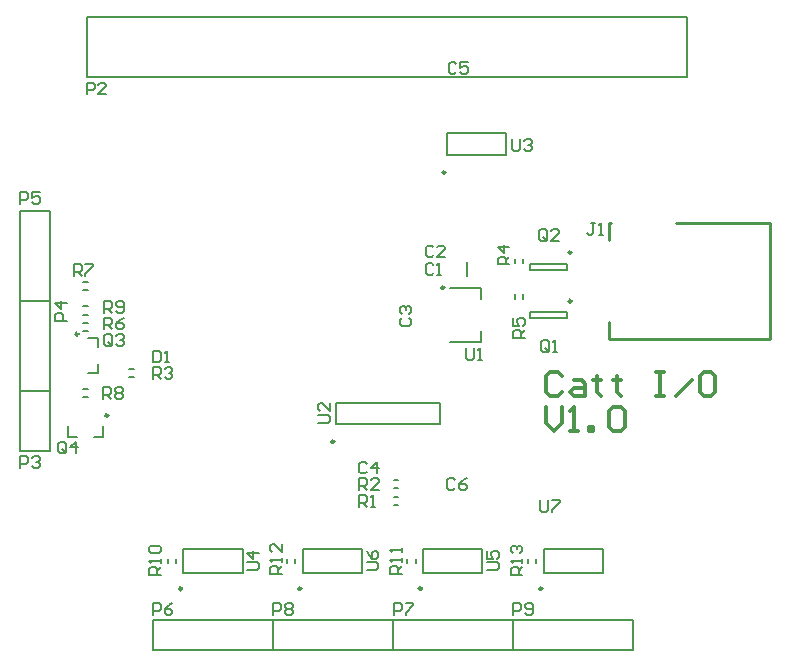
<source format=gto>
%FSLAX44Y44*%
%MOMM*%
G71*
G01*
G75*
G04 Layer_Color=65535*
%ADD10R,0.9000X0.7000*%
%ADD11R,0.6500X1.1000*%
%ADD12O,0.6000X2.2000*%
%ADD13R,0.8000X0.9000*%
%ADD14R,0.7000X0.9000*%
%ADD15O,0.6000X1.9000*%
%ADD16R,0.6000X1.1500*%
%ADD17R,1.1500X0.6000*%
%ADD18R,0.9000X0.8000*%
G04:AMPARAMS|DCode=19|XSize=1.9mm|YSize=3.2mm|CornerRadius=0mm|HoleSize=0mm|Usage=FLASHONLY|Rotation=90.000|XOffset=0mm|YOffset=0mm|HoleType=Round|Shape=Octagon|*
%AMOCTAGOND19*
4,1,8,-1.6000,-0.4750,-1.6000,0.4750,-1.1250,0.9500,1.1250,0.9500,1.6000,0.4750,1.6000,-0.4750,1.1250,-0.9500,-1.1250,-0.9500,-1.6000,-0.4750,0.0*
%
%ADD19OCTAGOND19*%

%ADD20R,1.4000X0.6000*%
%ADD21R,1.8000X0.6000*%
%ADD22R,1.2000X1.4000*%
%ADD23C,0.5000*%
%ADD24C,0.2500*%
%ADD25C,1.5000*%
%ADD26R,1.5000X1.5000*%
%ADD27O,4.0000X5.0000*%
%ADD28O,4.5000X5.5000*%
%ADD29C,1.7000*%
%ADD30R,1.7000X1.7000*%
%ADD31C,6.2000*%
%ADD32C,1.2000*%
%ADD33C,0.2000*%
%ADD34C,0.3000*%
D24*
X831500Y545000D02*
G03*
X831500Y545000I-1250J0D01*
G01*
X630650Y426000D02*
G03*
X630650Y426000I-1250J0D01*
G01*
X704700Y301500D02*
G03*
X704700Y301500I-1250J0D01*
G01*
X602700D02*
G03*
X602700Y301500I-1250J0D01*
G01*
X501700D02*
G03*
X501700Y301500I-1250J0D01*
G01*
X439250Y448250D02*
G03*
X439250Y448250I-1250J0D01*
G01*
X414000Y517000D02*
G03*
X414000Y517000I-1250J0D01*
G01*
X806700Y301500D02*
G03*
X806700Y301500I-1250J0D01*
G01*
X831500Y586000D02*
G03*
X831500Y586000I-1250J0D01*
G01*
X723750Y556500D02*
G03*
X723750Y556500I-1250J0D01*
G01*
X724700Y654000D02*
G03*
X724700Y654000I-1250J0D01*
G01*
X863000Y597000D02*
Y611000D01*
X865000D01*
X863000Y513000D02*
Y527000D01*
Y513000D02*
X1000000D01*
Y587000D01*
X920000Y611000D02*
X1000000D01*
Y587000D02*
Y611000D01*
D33*
X794500Y323000D02*
Y327000D01*
X801500Y323000D02*
Y327000D01*
X421000Y734600D02*
X929000D01*
X421000Y785400D02*
X929000D01*
X421000Y734600D02*
Y785400D01*
X929000Y734600D02*
Y785400D01*
X827500Y530500D02*
Y535500D01*
X796500Y530500D02*
Y535500D01*
X827500D01*
X796500Y530500D02*
X827500D01*
X720000Y441000D02*
Y459000D01*
X632000Y441000D02*
Y459000D01*
X720000D01*
X632000Y441000D02*
X720000D01*
X681000Y393500D02*
X685000D01*
X681000Y386500D02*
X685000D01*
X681000Y372500D02*
X685000D01*
X681000Y379500D02*
X685000D01*
X756000Y315000D02*
Y335000D01*
X706000Y315000D02*
Y335000D01*
X756000D01*
X706000Y315000D02*
X756000D01*
X692500Y323000D02*
Y327000D01*
X699500Y323000D02*
Y327000D01*
X654000Y315000D02*
Y335000D01*
X604000Y315000D02*
Y335000D01*
X654000D01*
X604000Y315000D02*
X654000D01*
X590500Y323000D02*
Y327000D01*
X597500Y323000D02*
Y327000D01*
X883200Y249600D02*
Y275000D01*
X781600Y249600D02*
X883200D01*
X781600Y275000D02*
X883200D01*
X781600Y249600D02*
Y275000D01*
Y249600D02*
Y275000D01*
X680000Y249600D02*
X781600D01*
X680000Y275000D02*
X781600D01*
X680000Y249600D02*
Y275000D01*
Y249600D02*
Y275000D01*
X578400Y249600D02*
X680000D01*
X578400Y275000D02*
X680000D01*
X578400Y249600D02*
Y275000D01*
X553000Y315000D02*
Y335000D01*
X503000Y315000D02*
Y335000D01*
X553000D01*
X503000Y315000D02*
X553000D01*
X489500Y323000D02*
Y327000D01*
X496500Y323000D02*
Y327000D01*
X578400Y249600D02*
Y275000D01*
X476800Y249600D02*
X578400D01*
X476800Y275000D02*
X578400D01*
X476800Y249600D02*
Y275000D01*
X364600Y545400D02*
X390000D01*
Y469200D02*
Y545400D01*
X364600Y469200D02*
X390000D01*
X364600D02*
Y545400D01*
X390000Y418400D02*
Y469200D01*
X364600D02*
X390000D01*
X364600Y418400D02*
Y469200D01*
Y418400D02*
X390000D01*
X418000Y554500D02*
X422000D01*
X418000Y561500D02*
X422000D01*
X364600Y621600D02*
X390000D01*
Y545400D02*
Y621600D01*
X364600Y545400D02*
X390000D01*
X364600D02*
Y621600D01*
X405000Y430000D02*
X413000D01*
X405000D02*
Y439000D01*
X427000Y430000D02*
X435000D01*
Y439000D01*
X457000Y487500D02*
X461000D01*
X457000Y480500D02*
X461000D01*
X418000Y470500D02*
X422000D01*
X418000Y463500D02*
X422000D01*
X418000Y533500D02*
X422000D01*
X418000Y540500D02*
X422000D01*
X418000Y519500D02*
X422000D01*
X418000Y526500D02*
X422000D01*
X431000Y484000D02*
Y492000D01*
X422000Y484000D02*
X431000D01*
Y506000D02*
Y514000D01*
X422000D02*
X431000D01*
X858000Y315000D02*
Y335000D01*
X808000Y315000D02*
Y335000D01*
X858000D01*
X808000Y315000D02*
X858000D01*
X783500Y547000D02*
Y551000D01*
X790500Y547000D02*
Y551000D01*
X790500Y577000D02*
Y581000D01*
X783500Y577000D02*
Y581000D01*
X827500Y571500D02*
Y576500D01*
X796500Y571500D02*
Y576500D01*
X827500D01*
X796500Y571500D02*
X827500D01*
X755000Y510000D02*
Y519500D01*
X729000Y510000D02*
X755000D01*
Y546500D02*
Y556000D01*
X729000D02*
X755000D01*
X743000Y566000D02*
Y578000D01*
X776000Y669000D02*
Y687000D01*
X726000Y669000D02*
Y687000D01*
X776000D01*
X726000Y669000D02*
X776000D01*
X790000Y313000D02*
X780003D01*
Y317998D01*
X781669Y319664D01*
X785002D01*
X786668Y317998D01*
Y313000D01*
Y316332D02*
X790000Y319664D01*
Y322997D02*
Y326329D01*
Y324663D01*
X780003D01*
X781669Y322997D01*
Y331327D02*
X780003Y332994D01*
Y336326D01*
X781669Y337992D01*
X783335D01*
X785002Y336326D01*
Y334660D01*
Y336326D01*
X786668Y337992D01*
X788334D01*
X790000Y336326D01*
Y332994D01*
X788334Y331327D01*
X851665Y610997D02*
X848332D01*
X849998D01*
Y602666D01*
X848332Y601000D01*
X846666D01*
X845000Y602666D01*
X854997Y601000D02*
X858329D01*
X856663D01*
Y610997D01*
X854997Y609331D01*
X812664Y503666D02*
Y510331D01*
X810998Y511997D01*
X807666D01*
X806000Y510331D01*
Y503666D01*
X807666Y502000D01*
X810998D01*
X809332Y505332D02*
X812664Y502000D01*
X810998D02*
X812664Y503666D01*
X815997Y502000D02*
X819329D01*
X817663D01*
Y511997D01*
X815997Y510331D01*
X617003Y442000D02*
X625334D01*
X627000Y443666D01*
Y446998D01*
X625334Y448665D01*
X617003D01*
X627000Y458661D02*
Y451997D01*
X620336Y458661D01*
X618669D01*
X617003Y456995D01*
Y453663D01*
X618669Y451997D01*
X658664Y407331D02*
X656998Y408997D01*
X653666D01*
X652000Y407331D01*
Y400666D01*
X653666Y399000D01*
X656998D01*
X658664Y400666D01*
X666995Y399000D02*
Y408997D01*
X661997Y403998D01*
X668661D01*
X652000Y385000D02*
Y394997D01*
X656998D01*
X658664Y393331D01*
Y389998D01*
X656998Y388332D01*
X652000D01*
X655332D02*
X658664Y385000D01*
X668661D02*
X661997D01*
X668661Y391665D01*
Y393331D01*
X666995Y394997D01*
X663663D01*
X661997Y393331D01*
X652000Y371000D02*
Y380997D01*
X656998D01*
X658664Y379331D01*
Y375998D01*
X656998Y374332D01*
X652000D01*
X655332D02*
X658664Y371000D01*
X661997D02*
X665329D01*
X663663D01*
Y380997D01*
X661997Y379331D01*
X760003Y317000D02*
X768334D01*
X770000Y318666D01*
Y321998D01*
X768334Y323665D01*
X760003D01*
Y333661D02*
Y326997D01*
X765002D01*
X763335Y330329D01*
Y331995D01*
X765002Y333661D01*
X768334D01*
X770000Y331995D01*
Y328663D01*
X768334Y326997D01*
X688000Y314000D02*
X678003D01*
Y318998D01*
X679669Y320664D01*
X683002D01*
X684668Y318998D01*
Y314000D01*
Y317332D02*
X688000Y320664D01*
Y323997D02*
Y327329D01*
Y325663D01*
X678003D01*
X679669Y323997D01*
X688000Y332327D02*
Y335660D01*
Y333994D01*
X678003D01*
X679669Y332327D01*
X658003Y317000D02*
X666334D01*
X668000Y318666D01*
Y321998D01*
X666334Y323665D01*
X658003D01*
Y333661D02*
X659669Y330329D01*
X663002Y326997D01*
X666334D01*
X668000Y328663D01*
Y331995D01*
X666334Y333661D01*
X664668D01*
X663002Y331995D01*
Y326997D01*
X586000Y314000D02*
X576003D01*
Y318998D01*
X577669Y320664D01*
X581002D01*
X582668Y318998D01*
Y314000D01*
Y317332D02*
X586000Y320664D01*
Y323997D02*
Y327329D01*
Y325663D01*
X576003D01*
X577669Y323997D01*
X586000Y338992D02*
Y332327D01*
X579336Y338992D01*
X577669D01*
X576003Y337326D01*
Y333994D01*
X577669Y332327D01*
X782000Y279000D02*
Y288997D01*
X786998D01*
X788664Y287331D01*
Y283998D01*
X786998Y282332D01*
X782000D01*
X791997Y280666D02*
X793663Y279000D01*
X796995D01*
X798661Y280666D01*
Y287331D01*
X796995Y288997D01*
X793663D01*
X791997Y287331D01*
Y285665D01*
X793663Y283998D01*
X798661D01*
X681000Y279000D02*
Y288997D01*
X685998D01*
X687664Y287331D01*
Y283998D01*
X685998Y282332D01*
X681000D01*
X690997Y288997D02*
X697661D01*
Y287331D01*
X690997Y280666D01*
Y279000D01*
X579000D02*
Y288997D01*
X583998D01*
X585664Y287331D01*
Y283998D01*
X583998Y282332D01*
X579000D01*
X588997Y287331D02*
X590663Y288997D01*
X593995D01*
X595661Y287331D01*
Y285665D01*
X593995Y283998D01*
X595661Y282332D01*
Y280666D01*
X593995Y279000D01*
X590663D01*
X588997Y280666D01*
Y282332D01*
X590663Y283998D01*
X588997Y285665D01*
Y287331D01*
X590663Y283998D02*
X593995D01*
X557003Y317000D02*
X565334D01*
X567000Y318666D01*
Y321998D01*
X565334Y323665D01*
X557003D01*
X567000Y331995D02*
X557003D01*
X562002Y326997D01*
Y333661D01*
X484000Y313000D02*
X474003D01*
Y317998D01*
X475669Y319664D01*
X479002D01*
X480668Y317998D01*
Y313000D01*
Y316332D02*
X484000Y319664D01*
Y322997D02*
Y326329D01*
Y324663D01*
X474003D01*
X475669Y322997D01*
Y331327D02*
X474003Y332994D01*
Y336326D01*
X475669Y337992D01*
X482334D01*
X484000Y336326D01*
Y332994D01*
X482334Y331327D01*
X475669D01*
X477000Y279000D02*
Y288997D01*
X481998D01*
X483665Y287331D01*
Y283998D01*
X481998Y282332D01*
X477000D01*
X493661Y288997D02*
X490329Y287331D01*
X486997Y283998D01*
Y280666D01*
X488663Y279000D01*
X491995D01*
X493661Y280666D01*
Y282332D01*
X491995Y283998D01*
X486997D01*
X421000Y720000D02*
Y729997D01*
X425998D01*
X427664Y728331D01*
Y724998D01*
X425998Y723332D01*
X421000D01*
X437661Y720000D02*
X430997D01*
X437661Y726665D01*
Y728331D01*
X435995Y729997D01*
X432663D01*
X430997Y728331D01*
X404000Y528000D02*
X394003D01*
Y532998D01*
X395669Y534664D01*
X399002D01*
X400668Y532998D01*
Y528000D01*
X404000Y542995D02*
X394003D01*
X399002Y537997D01*
Y544661D01*
X365000Y404000D02*
Y413997D01*
X369998D01*
X371665Y412331D01*
Y408998D01*
X369998Y407332D01*
X365000D01*
X374997Y412331D02*
X376663Y413997D01*
X379995D01*
X381661Y412331D01*
Y410664D01*
X379995Y408998D01*
X378329D01*
X379995D01*
X381661Y407332D01*
Y405666D01*
X379995Y404000D01*
X376663D01*
X374997Y405666D01*
X410000Y566000D02*
Y575997D01*
X414998D01*
X416665Y574331D01*
Y570998D01*
X414998Y569332D01*
X410000D01*
X413332D02*
X416665Y566000D01*
X419997Y575997D02*
X426661D01*
Y574331D01*
X419997Y567666D01*
Y566000D01*
X365000Y627000D02*
Y636997D01*
X369998D01*
X371665Y635331D01*
Y631998D01*
X369998Y630332D01*
X365000D01*
X381661Y636997D02*
X374997D01*
Y631998D01*
X378329Y633665D01*
X379995D01*
X381661Y631998D01*
Y628666D01*
X379995Y627000D01*
X376663D01*
X374997Y628666D01*
X403665Y417666D02*
Y424331D01*
X401998Y425997D01*
X398666D01*
X397000Y424331D01*
Y417666D01*
X398666Y416000D01*
X401998D01*
X400332Y419332D02*
X403665Y416000D01*
X401998D02*
X403665Y417666D01*
X411995Y416000D02*
Y425997D01*
X406997Y420998D01*
X413661D01*
X714665Y575331D02*
X712998Y576997D01*
X709666D01*
X708000Y575331D01*
Y568666D01*
X709666Y567000D01*
X712998D01*
X714665Y568666D01*
X717997Y567000D02*
X721329D01*
X719663D01*
Y576997D01*
X717997Y575331D01*
X714665Y590331D02*
X712998Y591997D01*
X709666D01*
X708000Y590331D01*
Y583666D01*
X709666Y582000D01*
X712998D01*
X714665Y583666D01*
X724661Y582000D02*
X717997D01*
X724661Y588665D01*
Y590331D01*
X722995Y591997D01*
X719663D01*
X717997Y590331D01*
X687669Y530664D02*
X686003Y528998D01*
Y525666D01*
X687669Y524000D01*
X694334D01*
X696000Y525666D01*
Y528998D01*
X694334Y530664D01*
X687669Y533997D02*
X686003Y535663D01*
Y538995D01*
X687669Y540661D01*
X689335D01*
X691002Y538995D01*
Y537329D01*
Y538995D01*
X692668Y540661D01*
X694334D01*
X696000Y538995D01*
Y535663D01*
X694334Y533997D01*
X734120Y745359D02*
X732454Y747025D01*
X729122D01*
X727456Y745359D01*
Y738694D01*
X729122Y737028D01*
X732454D01*
X734120Y738694D01*
X744117Y747025D02*
X737453D01*
Y742026D01*
X740785Y743692D01*
X742451D01*
X744117Y742026D01*
Y738694D01*
X742451Y737028D01*
X739119D01*
X737453Y738694D01*
X732664Y393331D02*
X730998Y394997D01*
X727666D01*
X726000Y393331D01*
Y386666D01*
X727666Y385000D01*
X730998D01*
X732664Y386666D01*
X742661Y394997D02*
X739329Y393331D01*
X735997Y389998D01*
Y386666D01*
X737663Y385000D01*
X740995D01*
X742661Y386666D01*
Y388332D01*
X740995Y389998D01*
X735997D01*
X477000Y502997D02*
Y493000D01*
X481998D01*
X483665Y494666D01*
Y501331D01*
X481998Y502997D01*
X477000D01*
X486997Y493000D02*
X490329D01*
X488663D01*
Y502997D01*
X486997Y501331D01*
X810665Y597666D02*
Y604331D01*
X808998Y605997D01*
X805666D01*
X804000Y604331D01*
Y597666D01*
X805666Y596000D01*
X808998D01*
X807332Y599332D02*
X810665Y596000D01*
X808998D02*
X810665Y597666D01*
X820661Y596000D02*
X813997D01*
X820661Y602664D01*
Y604331D01*
X818995Y605997D01*
X815663D01*
X813997Y604331D01*
X442664Y508666D02*
Y515331D01*
X440998Y516997D01*
X437666D01*
X436000Y515331D01*
Y508666D01*
X437666Y507000D01*
X440998D01*
X439332Y510332D02*
X442664Y507000D01*
X440998D02*
X442664Y508666D01*
X445997Y515331D02*
X447663Y516997D01*
X450995D01*
X452661Y515331D01*
Y513665D01*
X450995Y511998D01*
X449329D01*
X450995D01*
X452661Y510332D01*
Y508666D01*
X450995Y507000D01*
X447663D01*
X445997Y508666D01*
X477000Y479000D02*
Y488997D01*
X481998D01*
X483665Y487331D01*
Y483998D01*
X481998Y482332D01*
X477000D01*
X480332D02*
X483665Y479000D01*
X486997Y487331D02*
X488663Y488997D01*
X491995D01*
X493661Y487331D01*
Y485664D01*
X491995Y483998D01*
X490329D01*
X491995D01*
X493661Y482332D01*
Y480666D01*
X491995Y479000D01*
X488663D01*
X486997Y480666D01*
X779000Y576000D02*
X769003D01*
Y580998D01*
X770669Y582664D01*
X774002D01*
X775668Y580998D01*
Y576000D01*
Y579332D02*
X779000Y582664D01*
Y590995D02*
X769003D01*
X774002Y585997D01*
Y592661D01*
X792000Y514000D02*
X782003D01*
Y518998D01*
X783669Y520664D01*
X787002D01*
X788668Y518998D01*
Y514000D01*
Y517332D02*
X792000Y520664D01*
X782003Y530661D02*
Y523997D01*
X787002D01*
X785335Y527329D01*
Y528995D01*
X787002Y530661D01*
X790334D01*
X792000Y528995D01*
Y525663D01*
X790334Y523997D01*
X436000Y521000D02*
Y530997D01*
X440998D01*
X442664Y529331D01*
Y525998D01*
X440998Y524332D01*
X436000D01*
X439332D02*
X442664Y521000D01*
X452661Y530997D02*
X449329Y529331D01*
X445997Y525998D01*
Y522666D01*
X447663Y521000D01*
X450995D01*
X452661Y522666D01*
Y524332D01*
X450995Y525998D01*
X445997D01*
X435000Y462000D02*
Y471997D01*
X439998D01*
X441665Y470331D01*
Y466998D01*
X439998Y465332D01*
X435000D01*
X438332D02*
X441665Y462000D01*
X444997Y470331D02*
X446663Y471997D01*
X449995D01*
X451661Y470331D01*
Y468665D01*
X449995Y466998D01*
X451661Y465332D01*
Y463666D01*
X449995Y462000D01*
X446663D01*
X444997Y463666D01*
Y465332D01*
X446663Y466998D01*
X444997Y468665D01*
Y470331D01*
X446663Y466998D02*
X449995D01*
X436000Y535000D02*
Y544997D01*
X440998D01*
X442664Y543331D01*
Y539998D01*
X440998Y538332D01*
X436000D01*
X439332D02*
X442664Y535000D01*
X445997Y536666D02*
X447663Y535000D01*
X450995D01*
X452661Y536666D01*
Y543331D01*
X450995Y544997D01*
X447663D01*
X445997Y543331D01*
Y541665D01*
X447663Y539998D01*
X452661D01*
X742000Y504997D02*
Y496666D01*
X743666Y495000D01*
X746998D01*
X748664Y496666D01*
Y504997D01*
X751997Y495000D02*
X755329D01*
X753663D01*
Y504997D01*
X751997Y503331D01*
X781000Y681997D02*
Y673666D01*
X782666Y672000D01*
X785998D01*
X787664Y673666D01*
Y681997D01*
X790997Y680331D02*
X792663Y681997D01*
X795995D01*
X797661Y680331D01*
Y678664D01*
X795995Y676998D01*
X794329D01*
X795995D01*
X797661Y675332D01*
Y673666D01*
X795995Y672000D01*
X792663D01*
X790997Y673666D01*
X804962Y376519D02*
Y368188D01*
X806628Y366522D01*
X809960D01*
X811627Y368188D01*
Y376519D01*
X814959D02*
X821623D01*
Y374853D01*
X814959Y368188D01*
Y366522D01*
D34*
X810000Y454994D02*
Y441665D01*
X816665Y435000D01*
X823329Y441665D01*
Y454994D01*
X829994Y435000D02*
X836658D01*
X833326D01*
Y454994D01*
X829994Y451661D01*
X846655Y435000D02*
Y438332D01*
X849987D01*
Y435000D01*
X846655D01*
X863316Y451661D02*
X866648Y454994D01*
X873313D01*
X876645Y451661D01*
Y438332D01*
X873313Y435000D01*
X866648D01*
X863316Y438332D01*
Y451661D01*
X823329Y481661D02*
X819997Y484994D01*
X813332D01*
X810000Y481661D01*
Y468332D01*
X813332Y465000D01*
X819997D01*
X823329Y468332D01*
X833326Y478329D02*
X839990D01*
X843323Y474997D01*
Y465000D01*
X833326D01*
X829994Y468332D01*
X833326Y471665D01*
X843323D01*
X853319Y481661D02*
Y478329D01*
X849987D01*
X856652D01*
X853319D01*
Y468332D01*
X856652Y465000D01*
X869981Y481661D02*
Y478329D01*
X866648D01*
X873313D01*
X869981D01*
Y468332D01*
X873313Y465000D01*
X903303Y484994D02*
X909968D01*
X906636D01*
Y465000D01*
X903303D01*
X909968D01*
X919965D02*
X933294Y478329D01*
X949955Y484994D02*
X943290D01*
X939958Y481661D01*
Y468332D01*
X943290Y465000D01*
X949955D01*
X953287Y468332D01*
Y481661D01*
X949955Y484994D01*
M02*

</source>
